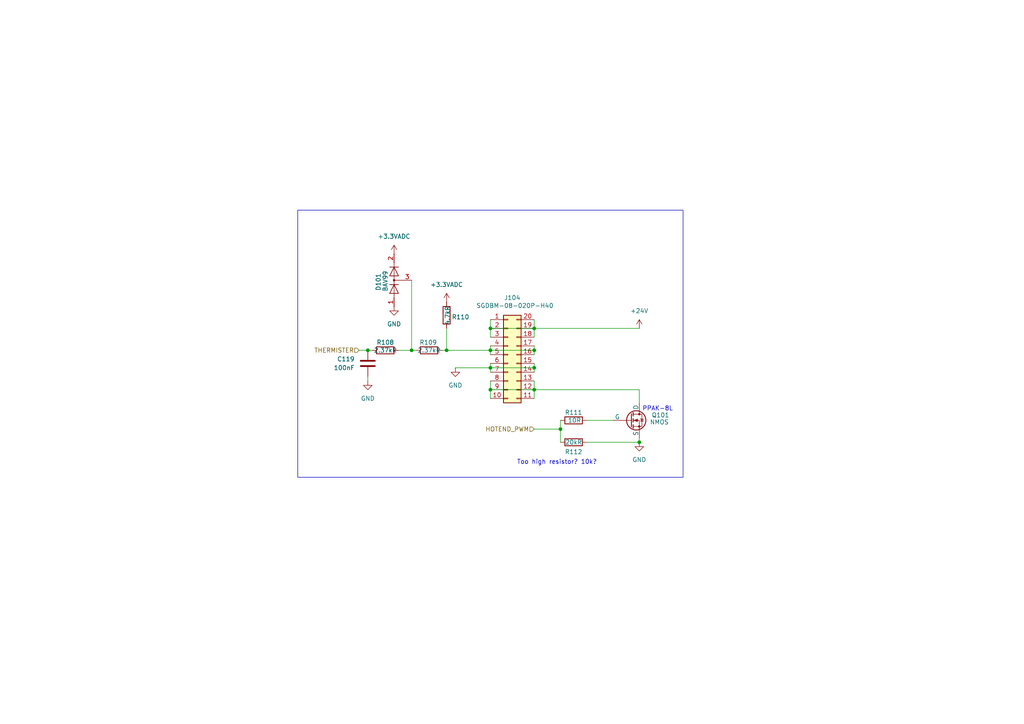
<source format=kicad_sch>
(kicad_sch (version 20250114) (generator "eeschema") (generator_version "9.0")
  (paper "A4")
  (lib_symbols
    (symbol "Connector_Generic:Conn_02x10_Counter_Clockwise" (pin_names (offset 1.016) (hide yes))
      (property "Reference" "J" (at 1.27 12.7 0))
      (property "Value" "Conn_02x10_Counter_Clockwise" (at 1.27 -15.24 0))
      (symbol "Conn_02x10_Counter_Clockwise_1_1"
        (rectangle (start -1.27 11.43) (end 3.81 -13.97) (stroke (width 0.254)) (fill (type background)))
        (rectangle (start -1.27 10.287) (end 0 10.033) (stroke (width 0.1524)))
        (rectangle (start -1.27 7.747) (end 0 7.493) (stroke (width 0.1524)))
        (rectangle (start -1.27 5.207) (end 0 4.953) (stroke (width 0.1524)))
        (rectangle (start -1.27 2.667) (end 0 2.413) (stroke (width 0.1524)))
        (rectangle (start -1.27 0.127) (end 0 -0.127) (stroke (width 0.1524)))
        (rectangle (start -1.27 -2.413) (end 0 -2.667) (stroke (width 0.1524)))
        (rectangle (start -1.27 -4.953) (end 0 -5.207) (stroke (width 0.1524)))
        (rectangle (start -1.27 -7.493) (end 0 -7.747) (stroke (width 0.1524)))
        (rectangle (start -1.27 -10.033) (end 0 -10.287) (stroke (width 0.1524)))
        (rectangle (start -1.27 -12.573) (end 0 -12.827) (stroke (width 0.1524)))
        (rectangle (start 3.81 10.287) (end 2.54 10.033) (stroke (width 0.1524)))
        (rectangle (start 3.81 7.747) (end 2.54 7.493) (stroke (width 0.1524)))
        (rectangle (start 3.81 5.207) (end 2.54 4.953) (stroke (width 0.1524)))
        (rectangle (start 3.81 2.667) (end 2.54 2.413) (stroke (width 0.1524)))
        (rectangle (start 3.81 0.127) (end 2.54 -0.127) (stroke (width 0.1524)))
        (rectangle (start 3.81 -2.413) (end 2.54 -2.667) (stroke (width 0.1524)))
        (rectangle (start 3.81 -4.953) (end 2.54 -5.207) (stroke (width 0.1524)))
        (rectangle (start 3.81 -7.493) (end 2.54 -7.747) (stroke (width 0.1524)))
        (rectangle (start 3.81 -10.033) (end 2.54 -10.287) (stroke (width 0.1524)))
        (rectangle (start 3.81 -12.573) (end 2.54 -12.827) (stroke (width 0.1524)))
        (pin passive line (at -5.08 10.16 0) (length 3.81) (name "Pin_1") (number "1"))
        (pin passive line (at -5.08 7.62 0) (length 3.81) (name "Pin_2") (number "2"))
        (pin passive line (at -5.08 5.08 0) (length 3.81) (name "Pin_3") (number "3"))
        (pin passive line (at -5.08 2.54 0) (length 3.81) (name "Pin_4") (number "4"))
        (pin passive line (at -5.08 0 0) (length 3.81) (name "Pin_5") (number "5"))
        (pin passive line (at -5.08 -2.54 0) (length 3.81) (name "Pin_6") (number "6"))
        (pin passive line (at -5.08 -5.08 0) (length 3.81) (name "Pin_7") (number "7"))
        (pin passive line (at -5.08 -7.62 0) (length 3.81) (name "Pin_8") (number "8"))
        (pin passive line (at -5.08 -10.16 0) (length 3.81) (name "Pin_9") (number "9"))
        (pin passive line (at -5.08 -12.7 0) (length 3.81) (name "Pin_10") (number "10"))
        (pin passive line (at 7.62 10.16 180) (length 3.81) (name "Pin_20") (number "20"))
        (pin passive line (at 7.62 7.62 180) (length 3.81) (name "Pin_19") (number "19"))
        (pin passive line (at 7.62 5.08 180) (length 3.81) (name "Pin_18") (number "18"))
        (pin passive line (at 7.62 2.54 180) (length 3.81) (name "Pin_17") (number "17"))
        (pin passive line (at 7.62 0 180) (length 3.81) (name "Pin_16") (number "16"))
        (pin passive line (at 7.62 -2.54 180) (length 3.81) (name "Pin_15") (number "15"))
        (pin passive line (at 7.62 -5.08 180) (length 3.81) (name "Pin_14") (number "14"))
        (pin passive line (at 7.62 -7.62 180) (length 3.81) (name "Pin_13") (number "13"))
        (pin passive line (at 7.62 -10.16 180) (length 3.81) (name "Pin_12") (number "12"))
        (pin passive line (at 7.62 -12.7 180) (length 3.81) (name "Pin_11") (number "11"))
      )
    )
    (symbol "Device:C" (pin_numbers (hide yes)) (pin_names (offset 0.254))
      (property "Reference" "C" (at 0.635 2.54 0))
      (property "Value" "C" (at 0.635 -2.54 0))
      (symbol "C_0_1"
        (polyline (pts (xy -2.032 0.762) (xy 2.032 0.762)) (stroke (width 0.508)))
        (polyline (pts (xy -2.032 -0.762) (xy 2.032 -0.762)) (stroke (width 0.508)))
      )
      (symbol "C_1_1"
        (pin passive line (at 0 3.81 270) (length 2.794) (name "~") (number "1"))
        (pin passive line (at 0 -3.81 90) (length 2.794) (name "~") (number "2"))
      )
    )
    (symbol "Device:R" (pin_numbers (hide yes)) (pin_names (offset 0))
      (property "Reference" "R" (at 2.032 0 90))
      (property "Value" "R" (at 0 0 90))
      (symbol "R_0_1"
        (rectangle (start -1.016 -2.54) (end 1.016 2.54) (stroke (width 0.254)))
      )
      (symbol "R_1_1"
        (pin passive line (at 0 3.81 270) (length 1.27) (name "~") (number "1"))
        (pin passive line (at 0 -3.81 90) (length 1.27) (name "~") (number "2"))
      )
    )
    (symbol "Diode:BAV99" (pin_names (hide yes))
      (property "Reference" "D" (at 0 5.08 0))
      (property "Value" "BAV99" (at 0 2.54 0))
      (symbol "BAV99_0_1"
        (polyline (pts (xy -5.08 0) (xy 5.08 0)))
      )
      (symbol "BAV99_1_1"
        (polyline (pts (xy -3.81 1.27) (xy -1.27 0) (xy -3.81 -1.27) (xy -3.81 1.27) (xy -3.81 1.27) (xy -3.81 1.27)) (stroke (width 0.2032)))
        (polyline (pts (xy -1.27 -1.27) (xy -1.27 1.27) (xy -1.27 1.27)) (stroke (width 0.2032)))
        (polyline (pts (xy 0 0) (xy 0 -2.54)))
        (circle (center 0 0) (radius 0.254) (fill (type outline)))
        (polyline (pts (xy 1.27 1.27) (xy 3.81 0) (xy 1.27 -1.27) (xy 1.27 1.27) (xy 1.27 1.27) (xy 1.27 1.27)) (stroke (width 0.2032)))
        (polyline (pts (xy 3.81 1.27) (xy 3.81 -1.27) (xy 3.81 -1.27)) (stroke (width 0.2032)))
        (pin passive line (at -7.62 0 0) (length 2.54) (name "K") (number "1"))
        (pin passive line (at 0 -5.08 90) (length 2.54) (name "K") (number "3"))
        (pin passive line (at 7.62 0 180) (length 2.54) (name "A") (number "2"))
      )
    )
    (symbol "Simulation_SPICE:NMOS" (pin_numbers (hide yes)) (pin_names (offset 0))
      (property "Reference" "Q" (at 5.08 1.27 0))
      (property "Value" "NMOS" (at 5.08 -1.27 0))
      (symbol "NMOS_0_1"
        (polyline (pts (xy 0.254 1.905) (xy 0.254 -1.905)) (stroke (width 0.254)))
        (polyline (pts (xy 0.254 0) (xy -2.54 0)))
        (polyline (pts (xy 0.762 2.286) (xy 0.762 1.27)) (stroke (width 0.254)))
        (polyline (pts (xy 0.762 0.508) (xy 0.762 -0.508)) (stroke (width 0.254)))
        (polyline (pts (xy 0.762 -1.27) (xy 0.762 -2.286)) (stroke (width 0.254)))
        (polyline (pts (xy 0.762 -1.778) (xy 3.302 -1.778) (xy 3.302 1.778) (xy 0.762 1.778)))
        (polyline (pts (xy 1.016 0) (xy 2.032 0.381) (xy 2.032 -0.381) (xy 1.016 0)) (fill (type outline)))
        (circle (center 1.651 0) (radius 2.794) (stroke (width 0.254)))
        (polyline (pts (xy 2.54 2.54) (xy 2.54 1.778)))
        (circle (center 2.54 1.778) (radius 0.254) (fill (type outline)))
        (circle (center 2.54 -1.778) (radius 0.254) (fill (type outline)))
        (polyline (pts (xy 2.54 -2.54) (xy 2.54 0) (xy 0.762 0)))
        (polyline (pts (xy 2.794 0.508) (xy 2.921 0.381) (xy 3.683 0.381) (xy 3.81 0.254)))
        (polyline (pts (xy 3.302 0.381) (xy 2.921 -0.254) (xy 3.683 -0.254) (xy 3.302 0.381)))
      )
      (symbol "NMOS_1_1"
        (pin input line (at -5.08 0 0) (length 2.54) (name "G") (number "2"))
        (pin passive line (at 2.54 5.08 270) (length 2.54) (name "D") (number "1"))
        (pin passive line (at 2.54 -5.08 90) (length 2.54) (name "S") (number "3"))
      )
    )
    (symbol "power:+24V" (power) (pin_numbers (hide yes)) (pin_names (offset 0) (hide yes))
      (property "Value" "+24V" (at 0 3.556 0))
      (symbol "+24V_0_1"
        (polyline (pts (xy -0.762 1.27) (xy 0 2.54)))
        (polyline (pts (xy 0 2.54) (xy 0.762 1.27)))
        (polyline (pts (xy 0 0) (xy 0 2.54)))
      )
      (symbol "+24V_1_1"
        (pin power_in line (at 0 0 90) (length 0) (name "~") (number "1"))
      )
    )
    (symbol "power:+3.3VADC" (power) (pin_numbers (hide yes)) (pin_names (offset 0) (hide yes))
      (property "Value" "+3.3VADC" (at 0 3.556 0))
      (symbol "+3.3VADC_0_0"
        (pin power_in line (at 0 0 90) (length 0) (name "~") (number "1"))
      )
      (symbol "+3.3VADC_0_1"
        (polyline (pts (xy -0.762 1.27) (xy 0 2.54)))
        (polyline (pts (xy 0 2.54) (xy 0.762 1.27)))
        (polyline (pts (xy 0 0) (xy 0 2.54)))
      )
    )
    (symbol "power:GND" (power) (pin_numbers (hide yes)) (pin_names (offset 0) (hide yes))
      (property "Value" "GND" (at 0 -3.81 0))
      (symbol "GND_0_1"
        (polyline (pts (xy 0 0) (xy 0 -1.27) (xy 1.27 -1.27) (xy 0 -2.54) (xy -1.27 -1.27) (xy 0 -1.27)))
      )
      (symbol "GND_1_1"
        (pin power_in line (at 0 0 270) (length 0) (name "~") (number "1"))
      )
    )
  )
  (rectangle (start 86.36 60.96) (end 198.12 138.43))
  (text "PPAK-8L" (at 190.754 118.618 0) (effects (font (size 1.27 1.27))))
  (text "Too high resistor? 10k?" (at 161.544 134.112 0) (effects (font (size 1.27 1.27))))
  (junction (at 142.24 101.6))
  (junction (at 154.94 106.68))
  (junction (at 185.42 128.27))
  (junction (at 162.56 124.46))
  (junction (at 154.94 95.25))
  (junction (at 129.54 101.6))
  (junction (at 106.68 101.6))
  (junction (at 119.38 101.6))
  (junction (at 142.24 95.25))
  (junction (at 154.94 113.03))
  (junction (at 154.94 101.6))
  (junction (at 142.24 106.68))
  (junction (at 142.24 113.03))
  (wire (pts (xy 154.94 113.03) (xy 154.94 115.57)))
  (wire (pts (xy 142.24 101.6) (xy 154.94 101.6)))
  (wire (pts (xy 119.38 101.6) (xy 115.57 101.6)))
  (wire (pts (xy 154.94 95.25) (xy 185.42 95.25)))
  (wire (pts (xy 128.27 101.6) (xy 129.54 101.6)))
  (wire (pts (xy 142.24 95.25) (xy 154.94 95.25)))
  (wire (pts (xy 162.56 124.46) (xy 162.56 128.27)))
  (wire (pts (xy 154.94 106.68) (xy 154.94 107.95)))
  (wire (pts (xy 170.18 121.92) (xy 177.8 121.92)))
  (wire (pts (xy 142.24 105.41) (xy 142.24 106.68)))
  (wire (pts (xy 185.42 127) (xy 185.42 128.27)))
  (wire (pts (xy 154.94 92.71) (xy 154.94 95.25)))
  (wire (pts (xy 142.24 106.68) (xy 142.24 107.95)))
  (wire (pts (xy 185.42 113.03) (xy 185.42 116.84)))
  (wire (pts (xy 154.94 124.46) (xy 162.56 124.46)))
  (wire (pts (xy 106.68 109.22) (xy 106.68 110.49)))
  (wire (pts (xy 142.24 92.71) (xy 142.24 95.25)))
  (wire (pts (xy 129.54 95.25) (xy 129.54 101.6)))
  (wire (pts (xy 142.24 113.03) (xy 154.94 113.03)))
  (wire (pts (xy 154.94 100.33) (xy 154.94 101.6)))
  (wire (pts (xy 154.94 101.6) (xy 154.94 102.87)))
  (wire (pts (xy 142.24 100.33) (xy 142.24 101.6)))
  (wire (pts (xy 107.95 101.6) (xy 106.68 101.6)))
  (wire (pts (xy 142.24 101.6) (xy 142.24 102.87)))
  (wire (pts (xy 129.54 101.6) (xy 142.24 101.6)))
  (wire (pts (xy 154.94 95.25) (xy 154.94 97.79)))
  (wire (pts (xy 142.24 110.49) (xy 142.24 113.03)))
  (wire (pts (xy 162.56 121.92) (xy 162.56 124.46)))
  (wire (pts (xy 119.38 101.6) (xy 120.65 101.6)))
  (wire (pts (xy 132.08 106.68) (xy 142.24 106.68)))
  (wire (pts (xy 170.18 128.27) (xy 185.42 128.27)))
  (wire (pts (xy 104.14 101.6) (xy 106.68 101.6)))
  (wire (pts (xy 119.38 81.28) (xy 119.38 101.6)))
  (wire (pts (xy 142.24 113.03) (xy 142.24 115.57)))
  (wire (pts (xy 142.24 95.25) (xy 142.24 97.79)))
  (wire (pts (xy 154.94 105.41) (xy 154.94 106.68)))
  (wire (pts (xy 142.24 106.68) (xy 154.94 106.68)))
  (wire (pts (xy 154.94 110.49) (xy 154.94 113.03)))
  (wire (pts (xy 154.94 113.03) (xy 185.42 113.03)))
  (hierarchical_label "THERMISTER" (shape input) (at 104.14 101.6 180))
  (hierarchical_label "HOTEND_PWM" (shape input) (at 154.94 124.46 180))
  (symbol (lib_id "power:GND") (at 114.3 88.9 0) (mirror y) (unit 1)
    (property "Reference" "#PWR0130" (effects (hide yes)))
    (property "Value" "GND" (at 114.3 93.98 0))
    (property "Description" "Power symbol creates a global label with name \"GND\" , ground" (effects (hide yes)))
  )
  (symbol (lib_id "Device:C") (at 106.68 105.41 0) (mirror y) (unit 1)
    (property "Reference" "C119" (at 102.87 104.1399 0) (effects (justify left)))
    (property "Value" "100nF" (at 102.87 106.6799 0) (effects (justify left)))
    (property "Footprint" "Capacitor_SMD:C_0402_1005Metric" (effects (hide yes)))
    (property "Description" "Unpolarized capacitor" (effects (hide yes)))
  )
  (symbol (lib_id "Simulation_SPICE:NMOS") (at 182.88 121.92 0) (unit 1)
    (property "Reference" "Q101" (at 188.976 120.396 0) (effects (justify left)))
    (property "Value" "NMOS" (at 188.468 122.428 0) (effects (justify left)))
    (property "Footprint" "A1KLibrary:PPAK-8L 5x6 Mosfet" (effects (hide yes)))
    (property "Datasheet" "https://ngspice.sourceforge.io/docs/ngspice-html-manual/manual.xhtml#cha_MOSFETs" (effects (hide yes)))
    (property "Description" "N-MOSFET transistor, drain/source/gate" (effects (hide yes)))
    (property "Sim.Device" "NMOS" (effects (hide yes)))
    (property "Sim.Type" "VDMOS" (effects (hide yes)))
    (property "Sim.Pins" "1=D 2=G 3=S" (effects (hide yes)))
  )
  (symbol (lib_id "Device:R") (at 124.46 101.6 270) (mirror x) (unit 1)
    (property "Reference" "R109" (at 124.206 99.314 90))
    (property "Value" "2.37kR" (at 124.46 101.6 90))
    (property "Footprint" "Resistor_SMD:R_0402_1005Metric" (effects (hide yes)))
    (property "Description" "Resistor" (effects (hide yes)))
  )
  (symbol (lib_id "Device:R") (at 166.37 128.27 90) (unit 1)
    (property "Reference" "R112" (at 166.37 131.064 90))
    (property "Value" "20kR" (at 166.37 128.27 90))
    (property "Footprint" "Resistor_SMD:R_0402_1005Metric" (effects (hide yes)))
    (property "Description" "Resistor" (effects (hide yes)))
  )
  (symbol (lib_id "power:+3.3VADC") (at 114.3 73.66 0) (mirror y) (unit 1)
    (property "Reference" "#PWR0129" (effects (hide yes)))
    (property "Value" "+3.3VADC" (at 114.3 68.58 0))
    (property "Description" "Power symbol creates a global label with name \"+3.3VADC\"" (effects (hide yes)))
  )
  (symbol (lib_id "power:GND") (at 106.68 110.49 0) (mirror y) (unit 1)
    (property "Reference" "#PWR0128" (effects (hide yes)))
    (property "Value" "GND" (at 106.68 115.57 0))
    (property "Description" "Power symbol creates a global label with name \"GND\" , ground" (effects (hide yes)))
  )
  (symbol (lib_id "Device:R") (at 129.54 91.44 0) (mirror y) (unit 1)
    (property "Reference" "R110" (at 136.144 91.948 0) (effects (justify left)))
    (property "Value" "4.7kR" (at 129.794 94.234 90) (effects (justify left)))
    (property "Footprint" "Resistor_SMD:R_0402_1005Metric" (effects (hide yes)))
    (property "Description" "Resistor" (effects (hide yes)))
  )
  (symbol (lib_id "Connector_Generic:Conn_02x10_Counter_Clockwise") (at 147.32 102.87 0) (unit 1)
    (property "Reference" "J104" (at 148.59 86.36 0))
    (property "Value" "SGDBM-08-020P-H40" (at 149.352 88.646 0))
    (property "Footprint" "A1KLibrary:Mezzanine Connector" (effects (hide yes)))
    (property "Description" "Generic connector, double row, 02x10, counter clockwise pin numbering scheme (similar to DIP package numbering), script generated (kicad-library-utils/schlib/autogen/connector/)" (effects (hide yes)))
  )
  (symbol (lib_id "power:GND") (at 132.08 106.68 0) (mirror y) (unit 1)
    (property "Reference" "#PWR0131" (effects (hide yes)))
    (property "Value" "GND" (at 132.08 111.76 0))
    (property "Description" "Power symbol creates a global label with name \"GND\" , ground" (effects (hide yes)))
  )
  (symbol (lib_id "power:+24V") (at 185.42 95.25 0) (unit 1)
    (property "Reference" "#PWR0136" (effects (hide yes)))
    (property "Value" "+24V" (at 185.42 90.17 0))
    (property "Description" "Power symbol creates a global label with name \"+24V\"" (effects (hide yes)))
  )
  (symbol (lib_id "Device:R") (at 111.76 101.6 270) (mirror x) (unit 1)
    (property "Reference" "R108" (at 111.76 99.314 90))
    (property "Value" "2.37kR" (at 111.76 101.6 90))
    (property "Footprint" "Resistor_SMD:R_0402_1005Metric" (effects (hide yes)))
    (property "Description" "Resistor" (effects (hide yes)))
  )
  (symbol (lib_id "Diode:BAV99") (at 114.3 81.28 90) (unit 1)
    (property "Reference" "D101" (at 109.728 81.788 0))
    (property "Value" "BAV99" (at 111.76 81.534 0))
    (property "Footprint" "Package_TO_SOT_SMD:SOT-23" (effects (hide yes)))
    (property "Datasheet" "https://assets.nexperia.com/documents/data-sheet/BAV99_SER.pdf" (effects (hide yes)))
    (property "Description" "BAV99 High-speed switching diodes, SOT-23" (effects (hide yes)))
  )
  (symbol (lib_id "power:GND") (at 185.42 128.27 0) (unit 1)
    (property "Reference" "#PWR0137" (effects (hide yes)))
    (property "Value" "GND" (at 185.42 133.35 0))
    (property "Description" "Power symbol creates a global label with name \"GND\" , ground" (effects (hide yes)))
  )
  (symbol (lib_id "power:+3.3VADC") (at 129.54 87.63 0) (mirror y) (unit 1)
    (property "Reference" "#PWR0132" (effects (hide yes)))
    (property "Value" "+3.3VADC" (at 129.54 82.55 0))
    (property "Description" "Power symbol creates a global label with name \"+3.3VADC\"" (effects (hide yes)))
  )
  (symbol (lib_id "Device:R") (at 166.37 121.92 90) (unit 1)
    (property "Reference" "R111" (at 166.37 119.634 90))
    (property "Value" "10R" (at 166.624 121.92 90))
    (property "Footprint" "Resistor_SMD:R_0402_1005Metric" (effects (hide yes)))
    (property "Description" "Resistor" (effects (hide yes)))
  )
)
</source>
